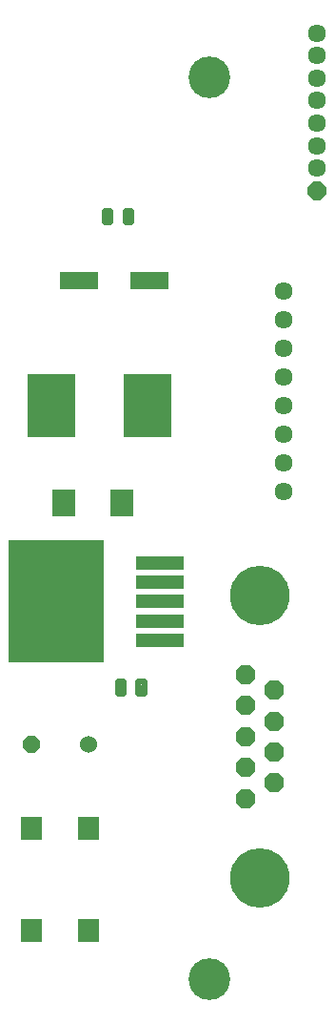
<source format=gts>
G75*
%MOIN*%
%OFA0B0*%
%FSLAX25Y25*%
%IPPOS*%
%LPD*%
%AMOC8*
5,1,8,0,0,1.08239X$1,22.5*
%
%ADD10OC8,0.06800*%
%ADD11C,0.20800*%
%ADD12R,0.16700X0.04900*%
%ADD13R,0.33500X0.43100*%
%ADD14R,0.16548X0.22454*%
%ADD15OC8,0.06000*%
%ADD16C,0.06000*%
%ADD17R,0.13792X0.05918*%
%ADD18C,0.02032*%
%ADD19R,0.07887X0.09461*%
%ADD20R,0.07493X0.08280*%
%ADD21C,0.06343*%
%ADD22OC8,0.06343*%
%ADD23C,0.14580*%
D10*
X0112122Y0119144D03*
X0112122Y0129944D03*
X0112122Y0140744D03*
X0112122Y0151544D03*
X0112122Y0162344D03*
X0122122Y0156944D03*
X0122122Y0146144D03*
X0122122Y0135344D03*
X0122122Y0124544D03*
D11*
X0117122Y0091444D03*
X0117122Y0190044D03*
D12*
X0082222Y0187870D03*
X0082222Y0181170D03*
X0082222Y0174470D03*
X0082222Y0194570D03*
X0082222Y0201270D03*
D13*
X0045772Y0187870D03*
D14*
X0044390Y0256370D03*
X0077854Y0256370D03*
D15*
X0037122Y0137870D03*
D16*
X0057122Y0137870D03*
D17*
X0053819Y0299870D03*
X0078425Y0299870D03*
D18*
X0072321Y0320329D02*
X0070207Y0320329D01*
X0070207Y0324411D01*
X0072321Y0324411D01*
X0072321Y0320329D01*
X0072321Y0322360D02*
X0070207Y0322360D01*
X0070207Y0324391D02*
X0072321Y0324391D01*
X0065037Y0324411D02*
X0062923Y0324411D01*
X0065037Y0324411D02*
X0065037Y0320329D01*
X0062923Y0320329D01*
X0062923Y0324411D01*
X0062923Y0322360D02*
X0065037Y0322360D01*
X0065037Y0324391D02*
X0062923Y0324391D01*
X0067423Y0159911D02*
X0069537Y0159911D01*
X0069537Y0155829D01*
X0067423Y0155829D01*
X0067423Y0159911D01*
X0067423Y0157860D02*
X0069537Y0157860D01*
X0069537Y0159891D02*
X0067423Y0159891D01*
X0074707Y0155829D02*
X0076821Y0155829D01*
X0074707Y0155829D02*
X0074707Y0159911D01*
X0076821Y0159911D01*
X0076821Y0155829D01*
X0076821Y0157860D02*
X0074707Y0157860D01*
X0074707Y0159891D02*
X0076821Y0159891D01*
D19*
X0068783Y0222307D03*
X0048705Y0222307D03*
D20*
X0037083Y0073154D03*
X0037083Y0108587D03*
X0057161Y0108587D03*
X0057161Y0073154D03*
D21*
X0125705Y0226370D03*
X0125705Y0236370D03*
X0125705Y0246370D03*
X0125705Y0256370D03*
X0125705Y0266370D03*
X0125705Y0276370D03*
X0125705Y0286370D03*
X0125705Y0296370D03*
X0137319Y0339244D03*
X0137319Y0347118D03*
X0137319Y0354992D03*
X0137319Y0362866D03*
X0137319Y0370740D03*
X0137319Y0378614D03*
X0137319Y0386488D03*
D22*
X0137319Y0331370D03*
D23*
X0099484Y0371138D03*
X0099484Y0056177D03*
M02*

</source>
